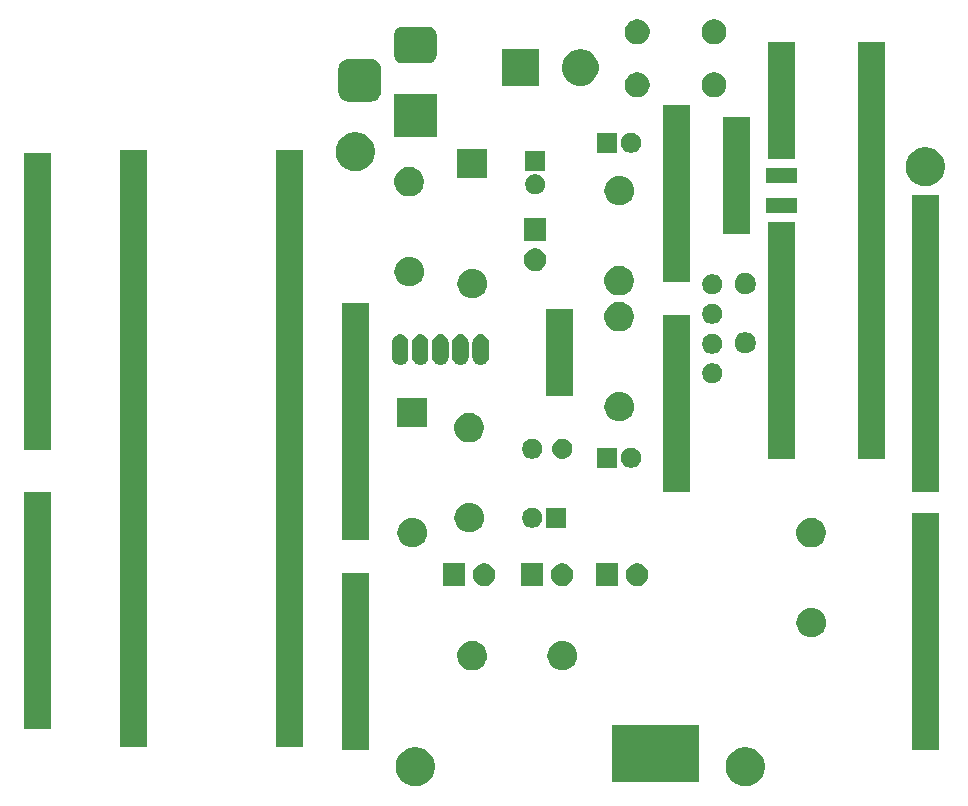
<source format=gbr>
G04 #@! TF.GenerationSoftware,KiCad,Pcbnew,(5.1.2)-2*
G04 #@! TF.CreationDate,2020-05-15T03:36:29+07:00*
G04 #@! TF.ProjectId,raspberypi_data,72617370-6265-4727-9970-695f64617461,rev?*
G04 #@! TF.SameCoordinates,Original*
G04 #@! TF.FileFunction,Soldermask,Top*
G04 #@! TF.FilePolarity,Negative*
%FSLAX46Y46*%
G04 Gerber Fmt 4.6, Leading zero omitted, Abs format (unit mm)*
G04 Created by KiCad (PCBNEW (5.1.2)-2) date 2020-05-15 03:36:29*
%MOMM*%
%LPD*%
G04 APERTURE LIST*
%ADD10C,0.100000*%
G04 APERTURE END LIST*
D10*
G36*
X103499256Y-103293298D02*
G01*
X103605579Y-103314447D01*
X103906042Y-103438903D01*
X104176451Y-103619585D01*
X104406415Y-103849549D01*
X104587097Y-104119958D01*
X104711553Y-104420421D01*
X104775000Y-104739391D01*
X104775000Y-105064609D01*
X104711553Y-105383579D01*
X104587097Y-105684042D01*
X104406415Y-105954451D01*
X104176451Y-106184415D01*
X103906042Y-106365097D01*
X103605579Y-106489553D01*
X103499256Y-106510702D01*
X103286611Y-106553000D01*
X102961389Y-106553000D01*
X102748744Y-106510702D01*
X102642421Y-106489553D01*
X102341958Y-106365097D01*
X102071549Y-106184415D01*
X101841585Y-105954451D01*
X101660903Y-105684042D01*
X101536447Y-105383579D01*
X101473000Y-105064609D01*
X101473000Y-104739391D01*
X101536447Y-104420421D01*
X101660903Y-104119958D01*
X101841585Y-103849549D01*
X102071549Y-103619585D01*
X102341958Y-103438903D01*
X102642421Y-103314447D01*
X102748744Y-103293298D01*
X102961389Y-103251000D01*
X103286611Y-103251000D01*
X103499256Y-103293298D01*
X103499256Y-103293298D01*
G37*
G36*
X75559256Y-103293298D02*
G01*
X75665579Y-103314447D01*
X75966042Y-103438903D01*
X76236451Y-103619585D01*
X76466415Y-103849549D01*
X76647097Y-104119958D01*
X76771553Y-104420421D01*
X76835000Y-104739391D01*
X76835000Y-105064609D01*
X76771553Y-105383579D01*
X76647097Y-105684042D01*
X76466415Y-105954451D01*
X76236451Y-106184415D01*
X75966042Y-106365097D01*
X75665579Y-106489553D01*
X75559256Y-106510702D01*
X75346611Y-106553000D01*
X75021389Y-106553000D01*
X74808744Y-106510702D01*
X74702421Y-106489553D01*
X74401958Y-106365097D01*
X74131549Y-106184415D01*
X73901585Y-105954451D01*
X73720903Y-105684042D01*
X73596447Y-105383579D01*
X73533000Y-105064609D01*
X73533000Y-104739391D01*
X73596447Y-104420421D01*
X73720903Y-104119958D01*
X73901585Y-103849549D01*
X74131549Y-103619585D01*
X74401958Y-103438903D01*
X74702421Y-103314447D01*
X74808744Y-103293298D01*
X75021389Y-103251000D01*
X75346611Y-103251000D01*
X75559256Y-103293298D01*
X75559256Y-103293298D01*
G37*
G36*
X99195000Y-106180000D02*
G01*
X91813000Y-106180000D01*
X91813000Y-101338000D01*
X99195000Y-101338000D01*
X99195000Y-106180000D01*
X99195000Y-106180000D01*
G37*
G36*
X71255000Y-103513000D02*
G01*
X68953000Y-103513000D01*
X68953000Y-88511000D01*
X71255000Y-88511000D01*
X71255000Y-103513000D01*
X71255000Y-103513000D01*
G37*
G36*
X119515000Y-103513000D02*
G01*
X117213000Y-103513000D01*
X117213000Y-83431000D01*
X119515000Y-83431000D01*
X119515000Y-103513000D01*
X119515000Y-103513000D01*
G37*
G36*
X52459000Y-103259000D02*
G01*
X50157000Y-103259000D01*
X50157000Y-52697000D01*
X52459000Y-52697000D01*
X52459000Y-103259000D01*
X52459000Y-103259000D01*
G37*
G36*
X65667000Y-103259000D02*
G01*
X63365000Y-103259000D01*
X63365000Y-52697000D01*
X65667000Y-52697000D01*
X65667000Y-103259000D01*
X65667000Y-103259000D01*
G37*
G36*
X44331000Y-101735000D02*
G01*
X42029000Y-101735000D01*
X42029000Y-81653000D01*
X44331000Y-81653000D01*
X44331000Y-101735000D01*
X44331000Y-101735000D01*
G37*
G36*
X80374903Y-94301075D02*
G01*
X80475236Y-94342634D01*
X80602571Y-94395378D01*
X80807466Y-94532285D01*
X80981715Y-94706534D01*
X81047922Y-94805620D01*
X81118623Y-94911431D01*
X81212925Y-95139097D01*
X81261000Y-95380786D01*
X81261000Y-95627214D01*
X81236728Y-95749237D01*
X81212925Y-95868903D01*
X81118622Y-96096571D01*
X80981715Y-96301466D01*
X80807466Y-96475715D01*
X80602571Y-96612622D01*
X80602570Y-96612623D01*
X80602569Y-96612623D01*
X80374903Y-96706925D01*
X80133214Y-96755000D01*
X79886786Y-96755000D01*
X79645097Y-96706925D01*
X79417431Y-96612623D01*
X79417430Y-96612623D01*
X79417429Y-96612622D01*
X79212534Y-96475715D01*
X79038285Y-96301466D01*
X78901378Y-96096571D01*
X78807075Y-95868903D01*
X78783272Y-95749237D01*
X78759000Y-95627214D01*
X78759000Y-95380786D01*
X78807075Y-95139097D01*
X78901377Y-94911431D01*
X78972078Y-94805620D01*
X79038285Y-94706534D01*
X79212534Y-94532285D01*
X79417429Y-94395378D01*
X79544765Y-94342634D01*
X79645097Y-94301075D01*
X79886786Y-94253000D01*
X80133214Y-94253000D01*
X80374903Y-94301075D01*
X80374903Y-94301075D01*
G37*
G36*
X87875239Y-94271101D02*
G01*
X88111053Y-94342634D01*
X88328381Y-94458799D01*
X88518871Y-94615129D01*
X88675201Y-94805619D01*
X88791366Y-95022947D01*
X88862899Y-95258761D01*
X88887053Y-95504000D01*
X88862899Y-95749239D01*
X88791366Y-95985053D01*
X88675201Y-96202381D01*
X88518871Y-96392871D01*
X88328381Y-96549201D01*
X88111053Y-96665366D01*
X87875239Y-96736899D01*
X87691457Y-96755000D01*
X87568543Y-96755000D01*
X87384761Y-96736899D01*
X87148947Y-96665366D01*
X86931619Y-96549201D01*
X86741129Y-96392871D01*
X86584799Y-96202381D01*
X86468634Y-95985053D01*
X86397101Y-95749239D01*
X86372947Y-95504000D01*
X86397101Y-95258761D01*
X86468634Y-95022947D01*
X86584799Y-94805619D01*
X86741129Y-94615129D01*
X86931619Y-94458799D01*
X87148947Y-94342634D01*
X87384761Y-94271101D01*
X87568543Y-94253000D01*
X87691457Y-94253000D01*
X87875239Y-94271101D01*
X87875239Y-94271101D01*
G37*
G36*
X108957239Y-91477101D02*
G01*
X109193053Y-91548634D01*
X109410381Y-91664799D01*
X109600871Y-91821129D01*
X109757201Y-92011619D01*
X109873366Y-92228947D01*
X109944899Y-92464761D01*
X109969053Y-92710000D01*
X109944899Y-92955239D01*
X109873366Y-93191053D01*
X109757201Y-93408381D01*
X109600871Y-93598871D01*
X109410381Y-93755201D01*
X109193053Y-93871366D01*
X108957239Y-93942899D01*
X108773457Y-93961000D01*
X108650543Y-93961000D01*
X108466761Y-93942899D01*
X108230947Y-93871366D01*
X108013619Y-93755201D01*
X107823129Y-93598871D01*
X107666799Y-93408381D01*
X107550634Y-93191053D01*
X107479101Y-92955239D01*
X107454947Y-92710000D01*
X107479101Y-92464761D01*
X107550634Y-92228947D01*
X107666799Y-92011619D01*
X107823129Y-91821129D01*
X108013619Y-91664799D01*
X108230947Y-91548634D01*
X108466761Y-91477101D01*
X108650543Y-91459000D01*
X108773457Y-91459000D01*
X108957239Y-91477101D01*
X108957239Y-91477101D01*
G37*
G36*
X81303395Y-87731546D02*
G01*
X81476466Y-87803234D01*
X81476467Y-87803235D01*
X81632227Y-87907310D01*
X81764690Y-88039773D01*
X81764691Y-88039775D01*
X81868766Y-88195534D01*
X81940454Y-88368605D01*
X81977000Y-88552333D01*
X81977000Y-88739667D01*
X81940454Y-88923395D01*
X81868766Y-89096466D01*
X81868765Y-89096467D01*
X81764690Y-89252227D01*
X81632227Y-89384690D01*
X81553818Y-89437081D01*
X81476466Y-89488766D01*
X81303395Y-89560454D01*
X81119667Y-89597000D01*
X80932333Y-89597000D01*
X80748605Y-89560454D01*
X80575534Y-89488766D01*
X80498182Y-89437081D01*
X80419773Y-89384690D01*
X80287310Y-89252227D01*
X80183235Y-89096467D01*
X80183234Y-89096466D01*
X80111546Y-88923395D01*
X80075000Y-88739667D01*
X80075000Y-88552333D01*
X80111546Y-88368605D01*
X80183234Y-88195534D01*
X80287309Y-88039775D01*
X80287310Y-88039773D01*
X80419773Y-87907310D01*
X80575533Y-87803235D01*
X80575534Y-87803234D01*
X80748605Y-87731546D01*
X80932333Y-87695000D01*
X81119667Y-87695000D01*
X81303395Y-87731546D01*
X81303395Y-87731546D01*
G37*
G36*
X87907395Y-87731546D02*
G01*
X88080466Y-87803234D01*
X88080467Y-87803235D01*
X88236227Y-87907310D01*
X88368690Y-88039773D01*
X88368691Y-88039775D01*
X88472766Y-88195534D01*
X88544454Y-88368605D01*
X88581000Y-88552333D01*
X88581000Y-88739667D01*
X88544454Y-88923395D01*
X88472766Y-89096466D01*
X88472765Y-89096467D01*
X88368690Y-89252227D01*
X88236227Y-89384690D01*
X88157818Y-89437081D01*
X88080466Y-89488766D01*
X87907395Y-89560454D01*
X87723667Y-89597000D01*
X87536333Y-89597000D01*
X87352605Y-89560454D01*
X87179534Y-89488766D01*
X87102182Y-89437081D01*
X87023773Y-89384690D01*
X86891310Y-89252227D01*
X86787235Y-89096467D01*
X86787234Y-89096466D01*
X86715546Y-88923395D01*
X86679000Y-88739667D01*
X86679000Y-88552333D01*
X86715546Y-88368605D01*
X86787234Y-88195534D01*
X86891309Y-88039775D01*
X86891310Y-88039773D01*
X87023773Y-87907310D01*
X87179533Y-87803235D01*
X87179534Y-87803234D01*
X87352605Y-87731546D01*
X87536333Y-87695000D01*
X87723667Y-87695000D01*
X87907395Y-87731546D01*
X87907395Y-87731546D01*
G37*
G36*
X86041000Y-89597000D02*
G01*
X84139000Y-89597000D01*
X84139000Y-87695000D01*
X86041000Y-87695000D01*
X86041000Y-89597000D01*
X86041000Y-89597000D01*
G37*
G36*
X92391000Y-89597000D02*
G01*
X90489000Y-89597000D01*
X90489000Y-87695000D01*
X92391000Y-87695000D01*
X92391000Y-89597000D01*
X92391000Y-89597000D01*
G37*
G36*
X94257395Y-87731546D02*
G01*
X94430466Y-87803234D01*
X94430467Y-87803235D01*
X94586227Y-87907310D01*
X94718690Y-88039773D01*
X94718691Y-88039775D01*
X94822766Y-88195534D01*
X94894454Y-88368605D01*
X94931000Y-88552333D01*
X94931000Y-88739667D01*
X94894454Y-88923395D01*
X94822766Y-89096466D01*
X94822765Y-89096467D01*
X94718690Y-89252227D01*
X94586227Y-89384690D01*
X94507818Y-89437081D01*
X94430466Y-89488766D01*
X94257395Y-89560454D01*
X94073667Y-89597000D01*
X93886333Y-89597000D01*
X93702605Y-89560454D01*
X93529534Y-89488766D01*
X93452182Y-89437081D01*
X93373773Y-89384690D01*
X93241310Y-89252227D01*
X93137235Y-89096467D01*
X93137234Y-89096466D01*
X93065546Y-88923395D01*
X93029000Y-88739667D01*
X93029000Y-88552333D01*
X93065546Y-88368605D01*
X93137234Y-88195534D01*
X93241309Y-88039775D01*
X93241310Y-88039773D01*
X93373773Y-87907310D01*
X93529533Y-87803235D01*
X93529534Y-87803234D01*
X93702605Y-87731546D01*
X93886333Y-87695000D01*
X94073667Y-87695000D01*
X94257395Y-87731546D01*
X94257395Y-87731546D01*
G37*
G36*
X79437000Y-89597000D02*
G01*
X77535000Y-89597000D01*
X77535000Y-87695000D01*
X79437000Y-87695000D01*
X79437000Y-89597000D01*
X79437000Y-89597000D01*
G37*
G36*
X75175239Y-83857101D02*
G01*
X75411053Y-83928634D01*
X75628381Y-84044799D01*
X75818871Y-84201129D01*
X75975201Y-84391619D01*
X76091366Y-84608947D01*
X76162899Y-84844761D01*
X76187053Y-85090000D01*
X76162899Y-85335239D01*
X76091366Y-85571053D01*
X75975201Y-85788381D01*
X75818871Y-85978871D01*
X75628381Y-86135201D01*
X75411053Y-86251366D01*
X75175239Y-86322899D01*
X74991457Y-86341000D01*
X74868543Y-86341000D01*
X74684761Y-86322899D01*
X74448947Y-86251366D01*
X74231619Y-86135201D01*
X74041129Y-85978871D01*
X73884799Y-85788381D01*
X73768634Y-85571053D01*
X73697101Y-85335239D01*
X73672947Y-85090000D01*
X73697101Y-84844761D01*
X73768634Y-84608947D01*
X73884799Y-84391619D01*
X74041129Y-84201129D01*
X74231619Y-84044799D01*
X74448947Y-83928634D01*
X74684761Y-83857101D01*
X74868543Y-83839000D01*
X74991457Y-83839000D01*
X75175239Y-83857101D01*
X75175239Y-83857101D01*
G37*
G36*
X109076903Y-83887075D02*
G01*
X109177236Y-83928634D01*
X109304571Y-83981378D01*
X109509466Y-84118285D01*
X109683715Y-84292534D01*
X109820622Y-84497429D01*
X109914925Y-84725097D01*
X109963000Y-84966787D01*
X109963000Y-85213213D01*
X109914925Y-85454903D01*
X109820622Y-85682571D01*
X109683715Y-85887466D01*
X109509466Y-86061715D01*
X109304571Y-86198622D01*
X109304570Y-86198623D01*
X109304569Y-86198623D01*
X109076903Y-86292925D01*
X108835214Y-86341000D01*
X108588786Y-86341000D01*
X108347097Y-86292925D01*
X108119431Y-86198623D01*
X108119430Y-86198623D01*
X108119429Y-86198622D01*
X107914534Y-86061715D01*
X107740285Y-85887466D01*
X107603378Y-85682571D01*
X107509075Y-85454903D01*
X107461000Y-85213213D01*
X107461000Y-84966787D01*
X107509075Y-84725097D01*
X107603378Y-84497429D01*
X107740285Y-84292534D01*
X107914534Y-84118285D01*
X108119429Y-83981378D01*
X108246765Y-83928634D01*
X108347097Y-83887075D01*
X108588786Y-83839000D01*
X108835214Y-83839000D01*
X109076903Y-83887075D01*
X109076903Y-83887075D01*
G37*
G36*
X71255000Y-85733000D02*
G01*
X68953000Y-85733000D01*
X68953000Y-65651000D01*
X71255000Y-65651000D01*
X71255000Y-85733000D01*
X71255000Y-85733000D01*
G37*
G36*
X80001239Y-82587101D02*
G01*
X80237053Y-82658634D01*
X80454381Y-82774799D01*
X80644871Y-82931129D01*
X80801201Y-83121619D01*
X80917366Y-83338947D01*
X80988899Y-83574761D01*
X81013053Y-83820000D01*
X80988899Y-84065239D01*
X80917366Y-84301053D01*
X80801201Y-84518381D01*
X80644871Y-84708871D01*
X80454381Y-84865201D01*
X80237053Y-84981366D01*
X80001239Y-85052899D01*
X79817457Y-85071000D01*
X79694543Y-85071000D01*
X79510761Y-85052899D01*
X79274947Y-84981366D01*
X79057619Y-84865201D01*
X78867129Y-84708871D01*
X78710799Y-84518381D01*
X78594634Y-84301053D01*
X78523101Y-84065239D01*
X78498947Y-83820000D01*
X78523101Y-83574761D01*
X78594634Y-83338947D01*
X78710799Y-83121619D01*
X78867129Y-82931129D01*
X79057619Y-82774799D01*
X79274947Y-82658634D01*
X79510761Y-82587101D01*
X79694543Y-82569000D01*
X79817457Y-82569000D01*
X80001239Y-82587101D01*
X80001239Y-82587101D01*
G37*
G36*
X85338228Y-83001703D02*
G01*
X85493100Y-83065853D01*
X85632481Y-83158985D01*
X85751015Y-83277519D01*
X85844147Y-83416900D01*
X85908297Y-83571772D01*
X85941000Y-83736184D01*
X85941000Y-83903816D01*
X85908297Y-84068228D01*
X85844147Y-84223100D01*
X85751015Y-84362481D01*
X85632481Y-84481015D01*
X85493100Y-84574147D01*
X85338228Y-84638297D01*
X85173816Y-84671000D01*
X85006184Y-84671000D01*
X84841772Y-84638297D01*
X84686900Y-84574147D01*
X84547519Y-84481015D01*
X84428985Y-84362481D01*
X84335853Y-84223100D01*
X84271703Y-84068228D01*
X84239000Y-83903816D01*
X84239000Y-83736184D01*
X84271703Y-83571772D01*
X84335853Y-83416900D01*
X84428985Y-83277519D01*
X84547519Y-83158985D01*
X84686900Y-83065853D01*
X84841772Y-83001703D01*
X85006184Y-82969000D01*
X85173816Y-82969000D01*
X85338228Y-83001703D01*
X85338228Y-83001703D01*
G37*
G36*
X87941000Y-84671000D02*
G01*
X86239000Y-84671000D01*
X86239000Y-82969000D01*
X87941000Y-82969000D01*
X87941000Y-84671000D01*
X87941000Y-84671000D01*
G37*
G36*
X98433000Y-81669000D02*
G01*
X96131000Y-81669000D01*
X96131000Y-66667000D01*
X98433000Y-66667000D01*
X98433000Y-81669000D01*
X98433000Y-81669000D01*
G37*
G36*
X119515000Y-81669000D02*
G01*
X117213000Y-81669000D01*
X117213000Y-56507000D01*
X119515000Y-56507000D01*
X119515000Y-81669000D01*
X119515000Y-81669000D01*
G37*
G36*
X92291000Y-79591000D02*
G01*
X90589000Y-79591000D01*
X90589000Y-77889000D01*
X92291000Y-77889000D01*
X92291000Y-79591000D01*
X92291000Y-79591000D01*
G37*
G36*
X93688228Y-77921703D02*
G01*
X93843100Y-77985853D01*
X93982481Y-78078985D01*
X94101015Y-78197519D01*
X94194147Y-78336900D01*
X94258297Y-78491772D01*
X94291000Y-78656184D01*
X94291000Y-78823816D01*
X94258297Y-78988228D01*
X94194147Y-79143100D01*
X94101015Y-79282481D01*
X93982481Y-79401015D01*
X93843100Y-79494147D01*
X93688228Y-79558297D01*
X93523816Y-79591000D01*
X93356184Y-79591000D01*
X93191772Y-79558297D01*
X93036900Y-79494147D01*
X92897519Y-79401015D01*
X92778985Y-79282481D01*
X92685853Y-79143100D01*
X92621703Y-78988228D01*
X92589000Y-78823816D01*
X92589000Y-78656184D01*
X92621703Y-78491772D01*
X92685853Y-78336900D01*
X92778985Y-78197519D01*
X92897519Y-78078985D01*
X93036900Y-77985853D01*
X93191772Y-77921703D01*
X93356184Y-77889000D01*
X93523816Y-77889000D01*
X93688228Y-77921703D01*
X93688228Y-77921703D01*
G37*
G36*
X114943000Y-78875000D02*
G01*
X112641000Y-78875000D01*
X112641000Y-43553000D01*
X114943000Y-43553000D01*
X114943000Y-78875000D01*
X114943000Y-78875000D01*
G37*
G36*
X107323000Y-78875000D02*
G01*
X105021000Y-78875000D01*
X105021000Y-58793000D01*
X107323000Y-58793000D01*
X107323000Y-78875000D01*
X107323000Y-78875000D01*
G37*
G36*
X87796823Y-77139313D02*
G01*
X87957242Y-77187976D01*
X88024361Y-77223852D01*
X88105078Y-77266996D01*
X88234659Y-77373341D01*
X88341004Y-77502922D01*
X88341005Y-77502924D01*
X88420024Y-77650758D01*
X88468687Y-77811177D01*
X88485117Y-77978000D01*
X88468687Y-78144823D01*
X88420024Y-78305242D01*
X88379477Y-78381100D01*
X88341004Y-78453078D01*
X88234659Y-78582659D01*
X88105078Y-78689004D01*
X88105076Y-78689005D01*
X87957242Y-78768024D01*
X87796823Y-78816687D01*
X87671804Y-78829000D01*
X87588196Y-78829000D01*
X87463177Y-78816687D01*
X87302758Y-78768024D01*
X87154924Y-78689005D01*
X87154922Y-78689004D01*
X87025341Y-78582659D01*
X86918996Y-78453078D01*
X86880523Y-78381100D01*
X86839976Y-78305242D01*
X86791313Y-78144823D01*
X86774883Y-77978000D01*
X86791313Y-77811177D01*
X86839976Y-77650758D01*
X86918995Y-77502924D01*
X86918996Y-77502922D01*
X87025341Y-77373341D01*
X87154922Y-77266996D01*
X87235639Y-77223852D01*
X87302758Y-77187976D01*
X87463177Y-77139313D01*
X87588196Y-77127000D01*
X87671804Y-77127000D01*
X87796823Y-77139313D01*
X87796823Y-77139313D01*
G37*
G36*
X85338228Y-77159703D02*
G01*
X85493100Y-77223853D01*
X85632481Y-77316985D01*
X85751015Y-77435519D01*
X85844147Y-77574900D01*
X85908297Y-77729772D01*
X85941000Y-77894184D01*
X85941000Y-78061816D01*
X85908297Y-78226228D01*
X85844147Y-78381100D01*
X85751015Y-78520481D01*
X85632481Y-78639015D01*
X85493100Y-78732147D01*
X85338228Y-78796297D01*
X85173816Y-78829000D01*
X85006184Y-78829000D01*
X84841772Y-78796297D01*
X84686900Y-78732147D01*
X84547519Y-78639015D01*
X84428985Y-78520481D01*
X84335853Y-78381100D01*
X84271703Y-78226228D01*
X84239000Y-78061816D01*
X84239000Y-77894184D01*
X84271703Y-77729772D01*
X84335853Y-77574900D01*
X84428985Y-77435519D01*
X84547519Y-77316985D01*
X84686900Y-77223853D01*
X84841772Y-77159703D01*
X85006184Y-77127000D01*
X85173816Y-77127000D01*
X85338228Y-77159703D01*
X85338228Y-77159703D01*
G37*
G36*
X44331000Y-78113000D02*
G01*
X42029000Y-78113000D01*
X42029000Y-52951000D01*
X44331000Y-52951000D01*
X44331000Y-78113000D01*
X44331000Y-78113000D01*
G37*
G36*
X80120903Y-74997075D02*
G01*
X80348571Y-75091378D01*
X80553466Y-75228285D01*
X80727715Y-75402534D01*
X80864622Y-75607429D01*
X80864623Y-75607431D01*
X80958925Y-75835097D01*
X81007000Y-76076786D01*
X81007000Y-76323214D01*
X80958925Y-76564903D01*
X80864622Y-76792571D01*
X80727715Y-76997466D01*
X80553466Y-77171715D01*
X80348571Y-77308622D01*
X80348570Y-77308623D01*
X80348569Y-77308623D01*
X80120903Y-77402925D01*
X79879214Y-77451000D01*
X79632786Y-77451000D01*
X79391097Y-77402925D01*
X79163431Y-77308623D01*
X79163430Y-77308623D01*
X79163429Y-77308622D01*
X78958534Y-77171715D01*
X78784285Y-76997466D01*
X78647378Y-76792571D01*
X78553075Y-76564903D01*
X78505000Y-76323214D01*
X78505000Y-76076786D01*
X78553075Y-75835097D01*
X78647377Y-75607431D01*
X78647378Y-75607429D01*
X78784285Y-75402534D01*
X78958534Y-75228285D01*
X79163429Y-75091378D01*
X79391097Y-74997075D01*
X79632786Y-74949000D01*
X79879214Y-74949000D01*
X80120903Y-74997075D01*
X80120903Y-74997075D01*
G37*
G36*
X76181000Y-76181000D02*
G01*
X73679000Y-76181000D01*
X73679000Y-73679000D01*
X76181000Y-73679000D01*
X76181000Y-76181000D01*
X76181000Y-76181000D01*
G37*
G36*
X92701239Y-73189101D02*
G01*
X92937053Y-73260634D01*
X93154381Y-73376799D01*
X93344871Y-73533129D01*
X93501201Y-73723619D01*
X93617366Y-73940947D01*
X93688899Y-74176761D01*
X93713053Y-74422000D01*
X93688899Y-74667239D01*
X93617366Y-74903053D01*
X93501201Y-75120381D01*
X93344871Y-75310871D01*
X93154381Y-75467201D01*
X92937053Y-75583366D01*
X92701239Y-75654899D01*
X92517457Y-75673000D01*
X92394543Y-75673000D01*
X92210761Y-75654899D01*
X91974947Y-75583366D01*
X91757619Y-75467201D01*
X91567129Y-75310871D01*
X91410799Y-75120381D01*
X91294634Y-74903053D01*
X91223101Y-74667239D01*
X91198947Y-74422000D01*
X91223101Y-74176761D01*
X91294634Y-73940947D01*
X91410799Y-73723619D01*
X91567129Y-73533129D01*
X91757619Y-73376799D01*
X91974947Y-73260634D01*
X92210761Y-73189101D01*
X92394543Y-73171000D01*
X92517457Y-73171000D01*
X92701239Y-73189101D01*
X92701239Y-73189101D01*
G37*
G36*
X88527000Y-73541000D02*
G01*
X86225000Y-73541000D01*
X86225000Y-66159000D01*
X88527000Y-66159000D01*
X88527000Y-73541000D01*
X88527000Y-73541000D01*
G37*
G36*
X100578228Y-70769703D02*
G01*
X100733100Y-70833853D01*
X100872481Y-70926985D01*
X100991015Y-71045519D01*
X101084147Y-71184900D01*
X101148297Y-71339772D01*
X101181000Y-71504184D01*
X101181000Y-71671816D01*
X101148297Y-71836228D01*
X101084147Y-71991100D01*
X100991015Y-72130481D01*
X100872481Y-72249015D01*
X100733100Y-72342147D01*
X100578228Y-72406297D01*
X100413816Y-72439000D01*
X100246184Y-72439000D01*
X100081772Y-72406297D01*
X99926900Y-72342147D01*
X99787519Y-72249015D01*
X99668985Y-72130481D01*
X99575853Y-71991100D01*
X99511703Y-71836228D01*
X99479000Y-71671816D01*
X99479000Y-71504184D01*
X99511703Y-71339772D01*
X99575853Y-71184900D01*
X99668985Y-71045519D01*
X99787519Y-70926985D01*
X99926900Y-70833853D01*
X100081772Y-70769703D01*
X100246184Y-70737000D01*
X100413816Y-70737000D01*
X100578228Y-70769703D01*
X100578228Y-70769703D01*
G37*
G36*
X74048969Y-68304962D02*
G01*
X74178751Y-68344331D01*
X74228144Y-68370733D01*
X74298359Y-68408263D01*
X74403199Y-68494302D01*
X74489237Y-68599140D01*
X74526767Y-68669355D01*
X74553169Y-68718748D01*
X74592538Y-68848530D01*
X74602500Y-68949679D01*
X74602500Y-70242321D01*
X74592538Y-70343470D01*
X74553169Y-70473252D01*
X74542613Y-70493000D01*
X74489237Y-70592860D01*
X74403199Y-70697699D01*
X74298360Y-70783737D01*
X74228145Y-70821267D01*
X74178752Y-70847669D01*
X74048970Y-70887038D01*
X73914000Y-70900331D01*
X73779031Y-70887038D01*
X73649249Y-70847669D01*
X73599856Y-70821267D01*
X73529641Y-70783737D01*
X73424802Y-70697699D01*
X73338764Y-70592860D01*
X73285388Y-70493000D01*
X73274832Y-70473252D01*
X73235463Y-70343470D01*
X73225501Y-70242321D01*
X73225500Y-68949680D01*
X73235462Y-68848531D01*
X73274831Y-68718749D01*
X73338764Y-68599140D01*
X73353474Y-68581216D01*
X73424802Y-68494301D01*
X73529640Y-68408263D01*
X73599855Y-68370733D01*
X73649248Y-68344331D01*
X73779030Y-68304962D01*
X73914000Y-68291669D01*
X74048969Y-68304962D01*
X74048969Y-68304962D01*
G37*
G36*
X79148969Y-68304962D02*
G01*
X79278751Y-68344331D01*
X79328144Y-68370733D01*
X79398359Y-68408263D01*
X79503199Y-68494302D01*
X79589237Y-68599140D01*
X79626767Y-68669355D01*
X79653169Y-68718748D01*
X79692538Y-68848530D01*
X79702500Y-68949679D01*
X79702500Y-70242321D01*
X79692538Y-70343470D01*
X79653169Y-70473252D01*
X79642613Y-70493000D01*
X79589237Y-70592860D01*
X79503199Y-70697699D01*
X79398360Y-70783737D01*
X79328145Y-70821267D01*
X79278752Y-70847669D01*
X79148970Y-70887038D01*
X79014000Y-70900331D01*
X78879031Y-70887038D01*
X78749249Y-70847669D01*
X78699856Y-70821267D01*
X78629641Y-70783737D01*
X78524802Y-70697699D01*
X78438764Y-70592860D01*
X78385388Y-70493000D01*
X78374832Y-70473252D01*
X78335463Y-70343470D01*
X78325501Y-70242321D01*
X78325500Y-68949680D01*
X78335462Y-68848531D01*
X78374831Y-68718749D01*
X78438764Y-68599140D01*
X78453474Y-68581216D01*
X78524802Y-68494301D01*
X78629640Y-68408263D01*
X78699855Y-68370733D01*
X78749248Y-68344331D01*
X78879030Y-68304962D01*
X79014000Y-68291669D01*
X79148969Y-68304962D01*
X79148969Y-68304962D01*
G37*
G36*
X77448969Y-68304962D02*
G01*
X77578751Y-68344331D01*
X77628144Y-68370733D01*
X77698359Y-68408263D01*
X77803199Y-68494302D01*
X77889237Y-68599140D01*
X77926767Y-68669355D01*
X77953169Y-68718748D01*
X77992538Y-68848530D01*
X78002500Y-68949679D01*
X78002500Y-70242321D01*
X77992538Y-70343470D01*
X77953169Y-70473252D01*
X77942613Y-70493000D01*
X77889237Y-70592860D01*
X77803199Y-70697699D01*
X77698360Y-70783737D01*
X77628145Y-70821267D01*
X77578752Y-70847669D01*
X77448970Y-70887038D01*
X77314000Y-70900331D01*
X77179031Y-70887038D01*
X77049249Y-70847669D01*
X76999856Y-70821267D01*
X76929641Y-70783737D01*
X76824802Y-70697699D01*
X76738764Y-70592860D01*
X76685388Y-70493000D01*
X76674832Y-70473252D01*
X76635463Y-70343470D01*
X76625501Y-70242321D01*
X76625500Y-68949680D01*
X76635462Y-68848531D01*
X76674831Y-68718749D01*
X76738764Y-68599140D01*
X76753474Y-68581216D01*
X76824802Y-68494301D01*
X76929640Y-68408263D01*
X76999855Y-68370733D01*
X77049248Y-68344331D01*
X77179030Y-68304962D01*
X77314000Y-68291669D01*
X77448969Y-68304962D01*
X77448969Y-68304962D01*
G37*
G36*
X75748969Y-68304962D02*
G01*
X75878751Y-68344331D01*
X75928144Y-68370733D01*
X75998359Y-68408263D01*
X76103199Y-68494302D01*
X76189237Y-68599140D01*
X76226767Y-68669355D01*
X76253169Y-68718748D01*
X76292538Y-68848530D01*
X76302500Y-68949679D01*
X76302500Y-70242321D01*
X76292538Y-70343470D01*
X76253169Y-70473252D01*
X76242613Y-70493000D01*
X76189237Y-70592860D01*
X76103199Y-70697699D01*
X75998360Y-70783737D01*
X75928145Y-70821267D01*
X75878752Y-70847669D01*
X75748970Y-70887038D01*
X75614000Y-70900331D01*
X75479031Y-70887038D01*
X75349249Y-70847669D01*
X75299856Y-70821267D01*
X75229641Y-70783737D01*
X75124802Y-70697699D01*
X75038764Y-70592860D01*
X74985388Y-70493000D01*
X74974832Y-70473252D01*
X74935463Y-70343470D01*
X74925501Y-70242321D01*
X74925500Y-68949680D01*
X74935462Y-68848531D01*
X74974831Y-68718749D01*
X75038764Y-68599140D01*
X75053474Y-68581216D01*
X75124802Y-68494301D01*
X75229640Y-68408263D01*
X75299855Y-68370733D01*
X75349248Y-68344331D01*
X75479030Y-68304962D01*
X75614000Y-68291669D01*
X75748969Y-68304962D01*
X75748969Y-68304962D01*
G37*
G36*
X80848969Y-68304962D02*
G01*
X80978751Y-68344331D01*
X81028144Y-68370733D01*
X81098359Y-68408263D01*
X81203199Y-68494302D01*
X81289237Y-68599140D01*
X81326767Y-68669355D01*
X81353169Y-68718748D01*
X81392538Y-68848530D01*
X81402500Y-68949679D01*
X81402500Y-70242321D01*
X81392538Y-70343470D01*
X81353169Y-70473252D01*
X81342613Y-70493000D01*
X81289237Y-70592860D01*
X81203199Y-70697699D01*
X81098360Y-70783737D01*
X81028145Y-70821267D01*
X80978752Y-70847669D01*
X80848970Y-70887038D01*
X80714000Y-70900331D01*
X80579031Y-70887038D01*
X80449249Y-70847669D01*
X80399856Y-70821267D01*
X80329641Y-70783737D01*
X80224802Y-70697699D01*
X80138764Y-70592860D01*
X80085388Y-70493000D01*
X80074832Y-70473252D01*
X80035463Y-70343470D01*
X80025501Y-70242321D01*
X80025500Y-68949680D01*
X80035462Y-68848531D01*
X80074831Y-68718749D01*
X80138764Y-68599140D01*
X80153474Y-68581216D01*
X80224802Y-68494301D01*
X80329640Y-68408263D01*
X80399855Y-68370733D01*
X80449248Y-68344331D01*
X80579030Y-68304962D01*
X80714000Y-68291669D01*
X80848969Y-68304962D01*
X80848969Y-68304962D01*
G37*
G36*
X100578228Y-68269703D02*
G01*
X100733100Y-68333853D01*
X100872481Y-68426985D01*
X100991015Y-68545519D01*
X101084147Y-68684900D01*
X101148297Y-68839772D01*
X101181000Y-69004184D01*
X101181000Y-69171816D01*
X101148297Y-69336228D01*
X101084147Y-69491100D01*
X100991015Y-69630481D01*
X100872481Y-69749015D01*
X100733100Y-69842147D01*
X100578228Y-69906297D01*
X100413816Y-69939000D01*
X100246184Y-69939000D01*
X100081772Y-69906297D01*
X99926900Y-69842147D01*
X99787519Y-69749015D01*
X99668985Y-69630481D01*
X99575853Y-69491100D01*
X99511703Y-69336228D01*
X99479000Y-69171816D01*
X99479000Y-69004184D01*
X99511703Y-68839772D01*
X99575853Y-68684900D01*
X99668985Y-68545519D01*
X99787519Y-68426985D01*
X99926900Y-68333853D01*
X100081772Y-68269703D01*
X100246184Y-68237000D01*
X100413816Y-68237000D01*
X100578228Y-68269703D01*
X100578228Y-68269703D01*
G37*
G36*
X103237512Y-68111927D02*
G01*
X103386812Y-68141624D01*
X103550784Y-68209544D01*
X103698354Y-68308147D01*
X103823853Y-68433646D01*
X103922456Y-68581216D01*
X103990376Y-68745188D01*
X104025000Y-68919259D01*
X104025000Y-69096741D01*
X103990376Y-69270812D01*
X103922456Y-69434784D01*
X103823853Y-69582354D01*
X103698354Y-69707853D01*
X103550784Y-69806456D01*
X103386812Y-69874376D01*
X103237512Y-69904073D01*
X103212742Y-69909000D01*
X103035258Y-69909000D01*
X103010488Y-69904073D01*
X102861188Y-69874376D01*
X102697216Y-69806456D01*
X102549646Y-69707853D01*
X102424147Y-69582354D01*
X102325544Y-69434784D01*
X102257624Y-69270812D01*
X102223000Y-69096741D01*
X102223000Y-68919259D01*
X102257624Y-68745188D01*
X102325544Y-68581216D01*
X102424147Y-68433646D01*
X102549646Y-68308147D01*
X102697216Y-68209544D01*
X102861188Y-68141624D01*
X103010488Y-68111927D01*
X103035258Y-68107000D01*
X103212742Y-68107000D01*
X103237512Y-68111927D01*
X103237512Y-68111927D01*
G37*
G36*
X92820903Y-65599075D02*
G01*
X93048571Y-65693378D01*
X93253466Y-65830285D01*
X93427715Y-66004534D01*
X93521505Y-66144900D01*
X93564623Y-66209431D01*
X93658925Y-66437097D01*
X93707000Y-66678786D01*
X93707000Y-66925214D01*
X93658925Y-67166903D01*
X93576334Y-67366297D01*
X93564622Y-67394571D01*
X93427715Y-67599466D01*
X93253466Y-67773715D01*
X93048571Y-67910622D01*
X93048570Y-67910623D01*
X93048569Y-67910623D01*
X92820903Y-68004925D01*
X92579214Y-68053000D01*
X92332786Y-68053000D01*
X92091097Y-68004925D01*
X91863431Y-67910623D01*
X91863430Y-67910623D01*
X91863429Y-67910622D01*
X91658534Y-67773715D01*
X91484285Y-67599466D01*
X91347378Y-67394571D01*
X91335667Y-67366297D01*
X91253075Y-67166903D01*
X91205000Y-66925214D01*
X91205000Y-66678786D01*
X91253075Y-66437097D01*
X91347377Y-66209431D01*
X91390495Y-66144900D01*
X91484285Y-66004534D01*
X91658534Y-65830285D01*
X91863429Y-65693378D01*
X92091097Y-65599075D01*
X92332786Y-65551000D01*
X92579214Y-65551000D01*
X92820903Y-65599075D01*
X92820903Y-65599075D01*
G37*
G36*
X100578228Y-65729703D02*
G01*
X100733100Y-65793853D01*
X100872481Y-65886985D01*
X100991015Y-66005519D01*
X101084147Y-66144900D01*
X101148297Y-66299772D01*
X101181000Y-66464184D01*
X101181000Y-66631816D01*
X101148297Y-66796228D01*
X101084147Y-66951100D01*
X100991015Y-67090481D01*
X100872481Y-67209015D01*
X100733100Y-67302147D01*
X100578228Y-67366297D01*
X100413816Y-67399000D01*
X100246184Y-67399000D01*
X100081772Y-67366297D01*
X99926900Y-67302147D01*
X99787519Y-67209015D01*
X99668985Y-67090481D01*
X99575853Y-66951100D01*
X99511703Y-66796228D01*
X99479000Y-66631816D01*
X99479000Y-66464184D01*
X99511703Y-66299772D01*
X99575853Y-66144900D01*
X99668985Y-66005519D01*
X99787519Y-65886985D01*
X99926900Y-65793853D01*
X100081772Y-65729703D01*
X100246184Y-65697000D01*
X100413816Y-65697000D01*
X100578228Y-65729703D01*
X100578228Y-65729703D01*
G37*
G36*
X80255239Y-62775101D02*
G01*
X80491053Y-62846634D01*
X80708381Y-62962799D01*
X80898871Y-63119129D01*
X81055201Y-63309619D01*
X81171366Y-63526947D01*
X81242899Y-63762761D01*
X81267053Y-64008000D01*
X81242899Y-64253239D01*
X81171366Y-64489053D01*
X81055201Y-64706381D01*
X80898871Y-64896871D01*
X80708381Y-65053201D01*
X80491053Y-65169366D01*
X80255239Y-65240899D01*
X80071457Y-65259000D01*
X79948543Y-65259000D01*
X79764761Y-65240899D01*
X79528947Y-65169366D01*
X79311619Y-65053201D01*
X79121129Y-64896871D01*
X78964799Y-64706381D01*
X78848634Y-64489053D01*
X78777101Y-64253239D01*
X78752947Y-64008000D01*
X78777101Y-63762761D01*
X78848634Y-63526947D01*
X78964799Y-63309619D01*
X79121129Y-63119129D01*
X79311619Y-62962799D01*
X79528947Y-62846634D01*
X79764761Y-62775101D01*
X79948543Y-62757000D01*
X80071457Y-62757000D01*
X80255239Y-62775101D01*
X80255239Y-62775101D01*
G37*
G36*
X92820903Y-62551075D02*
G01*
X93048571Y-62645378D01*
X93253466Y-62782285D01*
X93427715Y-62956534D01*
X93551389Y-63141625D01*
X93564623Y-63161431D01*
X93658925Y-63389097D01*
X93707000Y-63630786D01*
X93707000Y-63877214D01*
X93658925Y-64118903D01*
X93607523Y-64243000D01*
X93564622Y-64346571D01*
X93427715Y-64551466D01*
X93253466Y-64725715D01*
X93048571Y-64862622D01*
X93048570Y-64862623D01*
X93048569Y-64862623D01*
X92820903Y-64956925D01*
X92579214Y-65005000D01*
X92332786Y-65005000D01*
X92091097Y-64956925D01*
X91863431Y-64862623D01*
X91863430Y-64862623D01*
X91863429Y-64862622D01*
X91658534Y-64725715D01*
X91484285Y-64551466D01*
X91347378Y-64346571D01*
X91304478Y-64243000D01*
X91253075Y-64118903D01*
X91205000Y-63877214D01*
X91205000Y-63630786D01*
X91253075Y-63389097D01*
X91347377Y-63161431D01*
X91360611Y-63141625D01*
X91484285Y-62956534D01*
X91658534Y-62782285D01*
X91863429Y-62645378D01*
X92091097Y-62551075D01*
X92332786Y-62503000D01*
X92579214Y-62503000D01*
X92820903Y-62551075D01*
X92820903Y-62551075D01*
G37*
G36*
X103232851Y-63111000D02*
G01*
X103386812Y-63141624D01*
X103550784Y-63209544D01*
X103698354Y-63308147D01*
X103823853Y-63433646D01*
X103922456Y-63581216D01*
X103990376Y-63745188D01*
X104025000Y-63919259D01*
X104025000Y-64096741D01*
X103990376Y-64270812D01*
X103922456Y-64434784D01*
X103823853Y-64582354D01*
X103698354Y-64707853D01*
X103550784Y-64806456D01*
X103386812Y-64874376D01*
X103237512Y-64904073D01*
X103212742Y-64909000D01*
X103035258Y-64909000D01*
X103010488Y-64904073D01*
X102861188Y-64874376D01*
X102697216Y-64806456D01*
X102549646Y-64707853D01*
X102424147Y-64582354D01*
X102325544Y-64434784D01*
X102257624Y-64270812D01*
X102223000Y-64096741D01*
X102223000Y-63919259D01*
X102257624Y-63745188D01*
X102325544Y-63581216D01*
X102424147Y-63433646D01*
X102549646Y-63308147D01*
X102697216Y-63209544D01*
X102861188Y-63141624D01*
X103015149Y-63111000D01*
X103035258Y-63107000D01*
X103212742Y-63107000D01*
X103232851Y-63111000D01*
X103232851Y-63111000D01*
G37*
G36*
X100578228Y-63229703D02*
G01*
X100733100Y-63293853D01*
X100872481Y-63386985D01*
X100991015Y-63505519D01*
X101084147Y-63644900D01*
X101148297Y-63799772D01*
X101181000Y-63964184D01*
X101181000Y-64131816D01*
X101148297Y-64296228D01*
X101084147Y-64451100D01*
X100991015Y-64590481D01*
X100872481Y-64709015D01*
X100733100Y-64802147D01*
X100578228Y-64866297D01*
X100413816Y-64899000D01*
X100246184Y-64899000D01*
X100081772Y-64866297D01*
X99926900Y-64802147D01*
X99787519Y-64709015D01*
X99668985Y-64590481D01*
X99575853Y-64451100D01*
X99511703Y-64296228D01*
X99479000Y-64131816D01*
X99479000Y-63964184D01*
X99511703Y-63799772D01*
X99575853Y-63644900D01*
X99668985Y-63505519D01*
X99787519Y-63386985D01*
X99926900Y-63293853D01*
X100081772Y-63229703D01*
X100246184Y-63197000D01*
X100413816Y-63197000D01*
X100578228Y-63229703D01*
X100578228Y-63229703D01*
G37*
G36*
X74921239Y-61759101D02*
G01*
X75157053Y-61830634D01*
X75374381Y-61946799D01*
X75564871Y-62103129D01*
X75721201Y-62293619D01*
X75837366Y-62510947D01*
X75908899Y-62746761D01*
X75933053Y-62992000D01*
X75908899Y-63237239D01*
X75837366Y-63473053D01*
X75721201Y-63690381D01*
X75564871Y-63880871D01*
X75374381Y-64037201D01*
X75157053Y-64153366D01*
X74921239Y-64224899D01*
X74737457Y-64243000D01*
X74614543Y-64243000D01*
X74430761Y-64224899D01*
X74194947Y-64153366D01*
X73977619Y-64037201D01*
X73787129Y-63880871D01*
X73630799Y-63690381D01*
X73514634Y-63473053D01*
X73443101Y-63237239D01*
X73418947Y-62992000D01*
X73443101Y-62746761D01*
X73514634Y-62510947D01*
X73630799Y-62293619D01*
X73787129Y-62103129D01*
X73977619Y-61946799D01*
X74194947Y-61830634D01*
X74430761Y-61759101D01*
X74614543Y-61741000D01*
X74737457Y-61741000D01*
X74921239Y-61759101D01*
X74921239Y-61759101D01*
G37*
G36*
X98433000Y-63889000D02*
G01*
X96131000Y-63889000D01*
X96131000Y-48887000D01*
X98433000Y-48887000D01*
X98433000Y-63889000D01*
X98433000Y-63889000D01*
G37*
G36*
X85621395Y-61061546D02*
G01*
X85794466Y-61133234D01*
X85794467Y-61133235D01*
X85950227Y-61237310D01*
X86082690Y-61369773D01*
X86082691Y-61369775D01*
X86186766Y-61525534D01*
X86258454Y-61698605D01*
X86295000Y-61882333D01*
X86295000Y-62069667D01*
X86258454Y-62253395D01*
X86186766Y-62426466D01*
X86186765Y-62426467D01*
X86082690Y-62582227D01*
X85950227Y-62714690D01*
X85902229Y-62746761D01*
X85794466Y-62818766D01*
X85621395Y-62890454D01*
X85437667Y-62927000D01*
X85250333Y-62927000D01*
X85066605Y-62890454D01*
X84893534Y-62818766D01*
X84785771Y-62746761D01*
X84737773Y-62714690D01*
X84605310Y-62582227D01*
X84501235Y-62426467D01*
X84501234Y-62426466D01*
X84429546Y-62253395D01*
X84393000Y-62069667D01*
X84393000Y-61882333D01*
X84429546Y-61698605D01*
X84501234Y-61525534D01*
X84605309Y-61369775D01*
X84605310Y-61369773D01*
X84737773Y-61237310D01*
X84893533Y-61133235D01*
X84893534Y-61133234D01*
X85066605Y-61061546D01*
X85250333Y-61025000D01*
X85437667Y-61025000D01*
X85621395Y-61061546D01*
X85621395Y-61061546D01*
G37*
G36*
X86295000Y-60387000D02*
G01*
X84393000Y-60387000D01*
X84393000Y-58485000D01*
X86295000Y-58485000D01*
X86295000Y-60387000D01*
X86295000Y-60387000D01*
G37*
G36*
X103513000Y-59825000D02*
G01*
X101211000Y-59825000D01*
X101211000Y-49903000D01*
X103513000Y-49903000D01*
X103513000Y-59825000D01*
X103513000Y-59825000D01*
G37*
G36*
X107473000Y-58055000D02*
G01*
X104871000Y-58055000D01*
X104871000Y-56753000D01*
X107473000Y-56753000D01*
X107473000Y-58055000D01*
X107473000Y-58055000D01*
G37*
G36*
X92701239Y-54901101D02*
G01*
X92937053Y-54972634D01*
X93154381Y-55088799D01*
X93344871Y-55245129D01*
X93501201Y-55435619D01*
X93617366Y-55652947D01*
X93688899Y-55888761D01*
X93713053Y-56134000D01*
X93688899Y-56379239D01*
X93617366Y-56615053D01*
X93501201Y-56832381D01*
X93344871Y-57022871D01*
X93154381Y-57179201D01*
X92937053Y-57295366D01*
X92701239Y-57366899D01*
X92517457Y-57385000D01*
X92394543Y-57385000D01*
X92210761Y-57366899D01*
X91974947Y-57295366D01*
X91757619Y-57179201D01*
X91567129Y-57022871D01*
X91410799Y-56832381D01*
X91294634Y-56615053D01*
X91223101Y-56379239D01*
X91198947Y-56134000D01*
X91223101Y-55888761D01*
X91294634Y-55652947D01*
X91410799Y-55435619D01*
X91567129Y-55245129D01*
X91757619Y-55088799D01*
X91974947Y-54972634D01*
X92210761Y-54901101D01*
X92394543Y-54883000D01*
X92517457Y-54883000D01*
X92701239Y-54901101D01*
X92701239Y-54901101D01*
G37*
G36*
X75040903Y-54169075D02*
G01*
X75268571Y-54263378D01*
X75473466Y-54400285D01*
X75647715Y-54574534D01*
X75784622Y-54779429D01*
X75784623Y-54779431D01*
X75878925Y-55007097D01*
X75927000Y-55248786D01*
X75927000Y-55495214D01*
X75878925Y-55736903D01*
X75816024Y-55888761D01*
X75784622Y-55964571D01*
X75647715Y-56169466D01*
X75473466Y-56343715D01*
X75268571Y-56480622D01*
X75268570Y-56480623D01*
X75268569Y-56480623D01*
X75040903Y-56574925D01*
X74799214Y-56623000D01*
X74552786Y-56623000D01*
X74311097Y-56574925D01*
X74083431Y-56480623D01*
X74083430Y-56480623D01*
X74083429Y-56480622D01*
X73878534Y-56343715D01*
X73704285Y-56169466D01*
X73567378Y-55964571D01*
X73535977Y-55888761D01*
X73473075Y-55736903D01*
X73425000Y-55495214D01*
X73425000Y-55248786D01*
X73473075Y-55007097D01*
X73567377Y-54779431D01*
X73567378Y-54779429D01*
X73704285Y-54574534D01*
X73878534Y-54400285D01*
X74083429Y-54263378D01*
X74311097Y-54169075D01*
X74552786Y-54121000D01*
X74799214Y-54121000D01*
X75040903Y-54169075D01*
X75040903Y-54169075D01*
G37*
G36*
X85592228Y-54775703D02*
G01*
X85747100Y-54839853D01*
X85886481Y-54932985D01*
X86005015Y-55051519D01*
X86098147Y-55190900D01*
X86162297Y-55345772D01*
X86195000Y-55510184D01*
X86195000Y-55677816D01*
X86162297Y-55842228D01*
X86098147Y-55997100D01*
X86005015Y-56136481D01*
X85886481Y-56255015D01*
X85747100Y-56348147D01*
X85592228Y-56412297D01*
X85427816Y-56445000D01*
X85260184Y-56445000D01*
X85095772Y-56412297D01*
X84940900Y-56348147D01*
X84801519Y-56255015D01*
X84682985Y-56136481D01*
X84589853Y-55997100D01*
X84525703Y-55842228D01*
X84493000Y-55677816D01*
X84493000Y-55510184D01*
X84525703Y-55345772D01*
X84589853Y-55190900D01*
X84682985Y-55051519D01*
X84801519Y-54932985D01*
X84940900Y-54839853D01*
X85095772Y-54775703D01*
X85260184Y-54743000D01*
X85427816Y-54743000D01*
X85592228Y-54775703D01*
X85592228Y-54775703D01*
G37*
G36*
X118739256Y-52493298D02*
G01*
X118845579Y-52514447D01*
X119146042Y-52638903D01*
X119416451Y-52819585D01*
X119646415Y-53049549D01*
X119827097Y-53319958D01*
X119948911Y-53614042D01*
X119951553Y-53620422D01*
X120015000Y-53939389D01*
X120015000Y-54264611D01*
X119984180Y-54419553D01*
X119951553Y-54583579D01*
X119827097Y-54884042D01*
X119646415Y-55154451D01*
X119416451Y-55384415D01*
X119146042Y-55565097D01*
X118845579Y-55689553D01*
X118739256Y-55710702D01*
X118526611Y-55753000D01*
X118201389Y-55753000D01*
X117988744Y-55710702D01*
X117882421Y-55689553D01*
X117581958Y-55565097D01*
X117311549Y-55384415D01*
X117081585Y-55154451D01*
X116900903Y-54884042D01*
X116776447Y-54583579D01*
X116743820Y-54419553D01*
X116713000Y-54264611D01*
X116713000Y-53939389D01*
X116776447Y-53620422D01*
X116779090Y-53614042D01*
X116900903Y-53319958D01*
X117081585Y-53049549D01*
X117311549Y-52819585D01*
X117581958Y-52638903D01*
X117882421Y-52514447D01*
X117988744Y-52493298D01*
X118201389Y-52451000D01*
X118526611Y-52451000D01*
X118739256Y-52493298D01*
X118739256Y-52493298D01*
G37*
G36*
X107473000Y-55515000D02*
G01*
X104871000Y-55515000D01*
X104871000Y-54213000D01*
X107473000Y-54213000D01*
X107473000Y-55515000D01*
X107473000Y-55515000D01*
G37*
G36*
X81261000Y-55099000D02*
G01*
X78759000Y-55099000D01*
X78759000Y-52597000D01*
X81261000Y-52597000D01*
X81261000Y-55099000D01*
X81261000Y-55099000D01*
G37*
G36*
X70457648Y-51219000D02*
G01*
X70585579Y-51244447D01*
X70886042Y-51368903D01*
X71156451Y-51549585D01*
X71386415Y-51779549D01*
X71567097Y-52049958D01*
X71678219Y-52318229D01*
X71691553Y-52350422D01*
X71755000Y-52669389D01*
X71755000Y-52994611D01*
X71712702Y-53207256D01*
X71691553Y-53313579D01*
X71567097Y-53614042D01*
X71386415Y-53884451D01*
X71156451Y-54114415D01*
X70886042Y-54295097D01*
X70585579Y-54419553D01*
X70479256Y-54440702D01*
X70266611Y-54483000D01*
X69941389Y-54483000D01*
X69728744Y-54440702D01*
X69622421Y-54419553D01*
X69321958Y-54295097D01*
X69051549Y-54114415D01*
X68821585Y-53884451D01*
X68640903Y-53614042D01*
X68516447Y-53313579D01*
X68495298Y-53207256D01*
X68453000Y-52994611D01*
X68453000Y-52669389D01*
X68516447Y-52350422D01*
X68529782Y-52318229D01*
X68640903Y-52049958D01*
X68821585Y-51779549D01*
X69051549Y-51549585D01*
X69321958Y-51368903D01*
X69622421Y-51244447D01*
X69750352Y-51219000D01*
X69941389Y-51181000D01*
X70266611Y-51181000D01*
X70457648Y-51219000D01*
X70457648Y-51219000D01*
G37*
G36*
X86195000Y-54445000D02*
G01*
X84493000Y-54445000D01*
X84493000Y-52743000D01*
X86195000Y-52743000D01*
X86195000Y-54445000D01*
X86195000Y-54445000D01*
G37*
G36*
X107323000Y-53475000D02*
G01*
X105021000Y-53475000D01*
X105021000Y-43553000D01*
X107323000Y-43553000D01*
X107323000Y-53475000D01*
X107323000Y-53475000D01*
G37*
G36*
X92291000Y-52921000D02*
G01*
X90589000Y-52921000D01*
X90589000Y-51219000D01*
X92291000Y-51219000D01*
X92291000Y-52921000D01*
X92291000Y-52921000D01*
G37*
G36*
X93688228Y-51251703D02*
G01*
X93843100Y-51315853D01*
X93982481Y-51408985D01*
X94101015Y-51527519D01*
X94194147Y-51666900D01*
X94258297Y-51821772D01*
X94291000Y-51986184D01*
X94291000Y-52153816D01*
X94258297Y-52318228D01*
X94194147Y-52473100D01*
X94101015Y-52612481D01*
X93982481Y-52731015D01*
X93843100Y-52824147D01*
X93688228Y-52888297D01*
X93523816Y-52921000D01*
X93356184Y-52921000D01*
X93191772Y-52888297D01*
X93036900Y-52824147D01*
X92897519Y-52731015D01*
X92778985Y-52612481D01*
X92685853Y-52473100D01*
X92621703Y-52318228D01*
X92589000Y-52153816D01*
X92589000Y-51986184D01*
X92621703Y-51821772D01*
X92685853Y-51666900D01*
X92778985Y-51527519D01*
X92897519Y-51408985D01*
X93036900Y-51315853D01*
X93191772Y-51251703D01*
X93356184Y-51219000D01*
X93523816Y-51219000D01*
X93688228Y-51251703D01*
X93688228Y-51251703D01*
G37*
G36*
X76985000Y-51585000D02*
G01*
X73383000Y-51585000D01*
X73383000Y-47983000D01*
X76985000Y-47983000D01*
X76985000Y-51585000D01*
X76985000Y-51585000D01*
G37*
G36*
X71610366Y-44999695D02*
G01*
X71767460Y-45047349D01*
X71912231Y-45124731D01*
X72039128Y-45228872D01*
X72143269Y-45355769D01*
X72220651Y-45500540D01*
X72268305Y-45657634D01*
X72285000Y-45827140D01*
X72285000Y-47740860D01*
X72268305Y-47910366D01*
X72220651Y-48067460D01*
X72143269Y-48212231D01*
X72039128Y-48339128D01*
X71912231Y-48443269D01*
X71767460Y-48520651D01*
X71610366Y-48568305D01*
X71440860Y-48585000D01*
X69527140Y-48585000D01*
X69357634Y-48568305D01*
X69200540Y-48520651D01*
X69055769Y-48443269D01*
X68928872Y-48339128D01*
X68824731Y-48212231D01*
X68747349Y-48067460D01*
X68699695Y-47910366D01*
X68683000Y-47740860D01*
X68683000Y-45827140D01*
X68699695Y-45657634D01*
X68747349Y-45500540D01*
X68824731Y-45355769D01*
X68928872Y-45228872D01*
X69055769Y-45124731D01*
X69200540Y-45047349D01*
X69357634Y-44999695D01*
X69527140Y-44983000D01*
X71440860Y-44983000D01*
X71610366Y-44999695D01*
X71610366Y-44999695D01*
G37*
G36*
X94286564Y-46161389D02*
G01*
X94477833Y-46240615D01*
X94477835Y-46240616D01*
X94649973Y-46355635D01*
X94796365Y-46502027D01*
X94911385Y-46674167D01*
X94990611Y-46865436D01*
X95031000Y-47068484D01*
X95031000Y-47275516D01*
X94990611Y-47478564D01*
X94911385Y-47669833D01*
X94911384Y-47669835D01*
X94796365Y-47841973D01*
X94649973Y-47988365D01*
X94477835Y-48103384D01*
X94477834Y-48103385D01*
X94477833Y-48103385D01*
X94286564Y-48182611D01*
X94083516Y-48223000D01*
X93876484Y-48223000D01*
X93673436Y-48182611D01*
X93482167Y-48103385D01*
X93482166Y-48103385D01*
X93482165Y-48103384D01*
X93310027Y-47988365D01*
X93163635Y-47841973D01*
X93048616Y-47669835D01*
X93048615Y-47669833D01*
X92969389Y-47478564D01*
X92929000Y-47275516D01*
X92929000Y-47068484D01*
X92969389Y-46865436D01*
X93048615Y-46674167D01*
X93163635Y-46502027D01*
X93310027Y-46355635D01*
X93482165Y-46240616D01*
X93482167Y-46240615D01*
X93673436Y-46161389D01*
X93876484Y-46121000D01*
X94083516Y-46121000D01*
X94286564Y-46161389D01*
X94286564Y-46161389D01*
G37*
G36*
X100786564Y-46161389D02*
G01*
X100977833Y-46240615D01*
X100977835Y-46240616D01*
X101149973Y-46355635D01*
X101296365Y-46502027D01*
X101411385Y-46674167D01*
X101490611Y-46865436D01*
X101531000Y-47068484D01*
X101531000Y-47275516D01*
X101490611Y-47478564D01*
X101411385Y-47669833D01*
X101411384Y-47669835D01*
X101296365Y-47841973D01*
X101149973Y-47988365D01*
X100977835Y-48103384D01*
X100977834Y-48103385D01*
X100977833Y-48103385D01*
X100786564Y-48182611D01*
X100583516Y-48223000D01*
X100376484Y-48223000D01*
X100173436Y-48182611D01*
X99982167Y-48103385D01*
X99982166Y-48103385D01*
X99982165Y-48103384D01*
X99810027Y-47988365D01*
X99663635Y-47841973D01*
X99548616Y-47669835D01*
X99548615Y-47669833D01*
X99469389Y-47478564D01*
X99429000Y-47275516D01*
X99429000Y-47068484D01*
X99469389Y-46865436D01*
X99548615Y-46674167D01*
X99663635Y-46502027D01*
X99810027Y-46355635D01*
X99982165Y-46240616D01*
X99982167Y-46240615D01*
X100173436Y-46161389D01*
X100376484Y-46121000D01*
X100583516Y-46121000D01*
X100786564Y-46161389D01*
X100786564Y-46161389D01*
G37*
G36*
X85625000Y-47271000D02*
G01*
X82523000Y-47271000D01*
X82523000Y-44169000D01*
X85625000Y-44169000D01*
X85625000Y-47271000D01*
X85625000Y-47271000D01*
G37*
G36*
X89456585Y-44198802D02*
G01*
X89606410Y-44228604D01*
X89888674Y-44345521D01*
X90142705Y-44515259D01*
X90358741Y-44731295D01*
X90528479Y-44985326D01*
X90645396Y-45267590D01*
X90705000Y-45567240D01*
X90705000Y-45872760D01*
X90645396Y-46172410D01*
X90528479Y-46454674D01*
X90358741Y-46708705D01*
X90142705Y-46924741D01*
X89888674Y-47094479D01*
X89606410Y-47211396D01*
X89456585Y-47241198D01*
X89306761Y-47271000D01*
X89001239Y-47271000D01*
X88851415Y-47241198D01*
X88701590Y-47211396D01*
X88419326Y-47094479D01*
X88165295Y-46924741D01*
X87949259Y-46708705D01*
X87779521Y-46454674D01*
X87662604Y-46172410D01*
X87603000Y-45872760D01*
X87603000Y-45567240D01*
X87662604Y-45267590D01*
X87779521Y-44985326D01*
X87949259Y-44731295D01*
X88165295Y-44515259D01*
X88419326Y-44345521D01*
X88701590Y-44228604D01*
X88851415Y-44198802D01*
X89001239Y-44169000D01*
X89306761Y-44169000D01*
X89456585Y-44198802D01*
X89456585Y-44198802D01*
G37*
G36*
X76410979Y-42247293D02*
G01*
X76544625Y-42287834D01*
X76667784Y-42353664D01*
X76775740Y-42442260D01*
X76864336Y-42550216D01*
X76930166Y-42673375D01*
X76970707Y-42807021D01*
X76985000Y-42952140D01*
X76985000Y-44615860D01*
X76970707Y-44760979D01*
X76930166Y-44894625D01*
X76864336Y-45017784D01*
X76775740Y-45125740D01*
X76667784Y-45214336D01*
X76544625Y-45280166D01*
X76410979Y-45320707D01*
X76265860Y-45335000D01*
X74102140Y-45335000D01*
X73957021Y-45320707D01*
X73823375Y-45280166D01*
X73700216Y-45214336D01*
X73592260Y-45125740D01*
X73503664Y-45017784D01*
X73437834Y-44894625D01*
X73397293Y-44760979D01*
X73383000Y-44615860D01*
X73383000Y-42952140D01*
X73397293Y-42807021D01*
X73437834Y-42673375D01*
X73503664Y-42550216D01*
X73592260Y-42442260D01*
X73700216Y-42353664D01*
X73823375Y-42287834D01*
X73957021Y-42247293D01*
X74102140Y-42233000D01*
X76265860Y-42233000D01*
X76410979Y-42247293D01*
X76410979Y-42247293D01*
G37*
G36*
X94286564Y-41661389D02*
G01*
X94477833Y-41740615D01*
X94477835Y-41740616D01*
X94649973Y-41855635D01*
X94796365Y-42002027D01*
X94911385Y-42174167D01*
X94990611Y-42365436D01*
X95031000Y-42568484D01*
X95031000Y-42775516D01*
X94990611Y-42978564D01*
X94978211Y-43008500D01*
X94911384Y-43169835D01*
X94796365Y-43341973D01*
X94649973Y-43488365D01*
X94477835Y-43603384D01*
X94477834Y-43603385D01*
X94477833Y-43603385D01*
X94286564Y-43682611D01*
X94083516Y-43723000D01*
X93876484Y-43723000D01*
X93673436Y-43682611D01*
X93482167Y-43603385D01*
X93482166Y-43603385D01*
X93482165Y-43603384D01*
X93310027Y-43488365D01*
X93163635Y-43341973D01*
X93048616Y-43169835D01*
X92981789Y-43008500D01*
X92969389Y-42978564D01*
X92929000Y-42775516D01*
X92929000Y-42568484D01*
X92969389Y-42365436D01*
X93048615Y-42174167D01*
X93163635Y-42002027D01*
X93310027Y-41855635D01*
X93482165Y-41740616D01*
X93482167Y-41740615D01*
X93673436Y-41661389D01*
X93876484Y-41621000D01*
X94083516Y-41621000D01*
X94286564Y-41661389D01*
X94286564Y-41661389D01*
G37*
G36*
X100786564Y-41661389D02*
G01*
X100977833Y-41740615D01*
X100977835Y-41740616D01*
X101149973Y-41855635D01*
X101296365Y-42002027D01*
X101411385Y-42174167D01*
X101490611Y-42365436D01*
X101531000Y-42568484D01*
X101531000Y-42775516D01*
X101490611Y-42978564D01*
X101478211Y-43008500D01*
X101411384Y-43169835D01*
X101296365Y-43341973D01*
X101149973Y-43488365D01*
X100977835Y-43603384D01*
X100977834Y-43603385D01*
X100977833Y-43603385D01*
X100786564Y-43682611D01*
X100583516Y-43723000D01*
X100376484Y-43723000D01*
X100173436Y-43682611D01*
X99982167Y-43603385D01*
X99982166Y-43603385D01*
X99982165Y-43603384D01*
X99810027Y-43488365D01*
X99663635Y-43341973D01*
X99548616Y-43169835D01*
X99481789Y-43008500D01*
X99469389Y-42978564D01*
X99429000Y-42775516D01*
X99429000Y-42568484D01*
X99469389Y-42365436D01*
X99548615Y-42174167D01*
X99663635Y-42002027D01*
X99810027Y-41855635D01*
X99982165Y-41740616D01*
X99982167Y-41740615D01*
X100173436Y-41661389D01*
X100376484Y-41621000D01*
X100583516Y-41621000D01*
X100786564Y-41661389D01*
X100786564Y-41661389D01*
G37*
M02*

</source>
